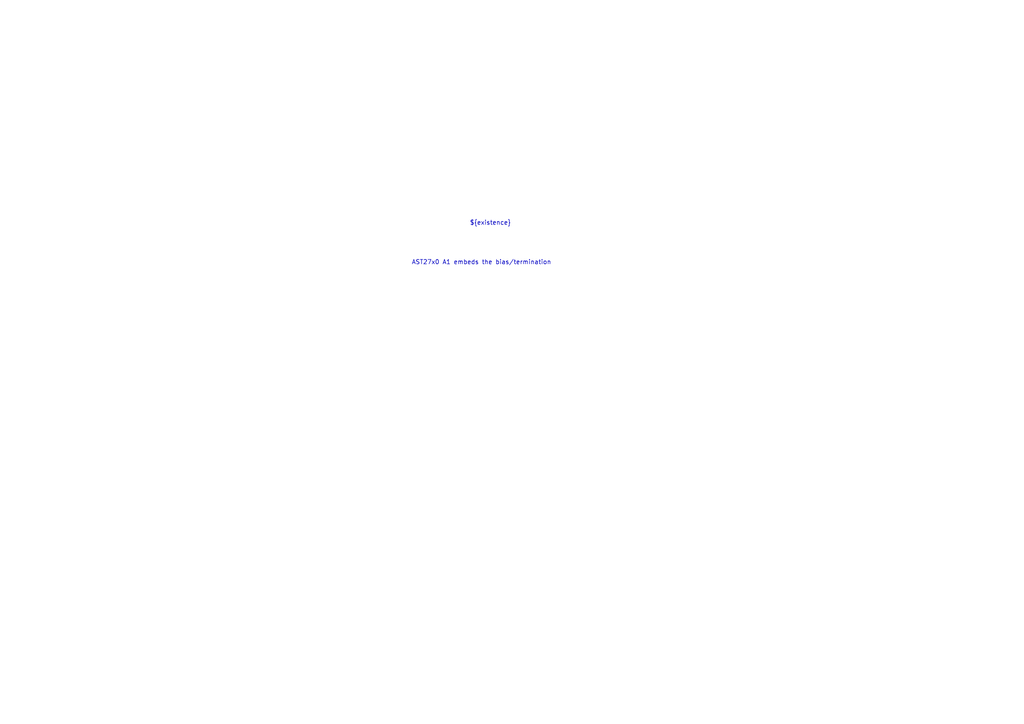
<source format=kicad_sch>
(kicad_sch
	(version 20231120)
	(generator "eeschema")
	(generator_version "8.0")
	(uuid "98dbeedd-d618-47f0-81c4-8ece82f53f4b")
	(paper "A4")
	(title_block
		(title "${PROJ}")
		(rev "${REV}")
		(company "${RPN}")
		(comment 1 "LTPI BIAS NETWORK")
	)
	(lib_symbols)
	(text "AST27x0 A1 embeds the bias/termination"
		(exclude_from_sim no)
		(at 119.38 76.2 0)
		(effects
			(font
				(size 1.27 1.27)
			)
			(justify left)
		)
		(uuid "1d590d58-ee82-4b2f-8215-c004ff214a59")
	)
	(text "${existence}"
		(exclude_from_sim no)
		(at 142.24 64.77 0)
		(effects
			(font
				(size 1.27 1.27)
			)
		)
		(uuid "ae2dabf4-4960-4a61-8c82-7b09c846d5c4")
	)
)

</source>
